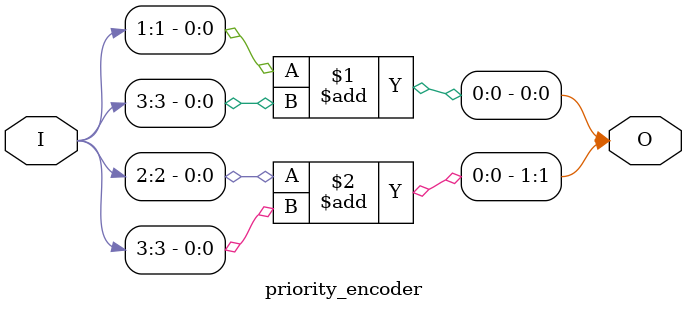
<source format=v>
module priority_encoder( input [3:0]I, output [1:0]O);
//Data flow Modelling
assign O[0] = I[1] + I[3];
assign O[1] = I[2]+ I[3];
//Gate level Modelling
/*or (O[0],I[1],I[3]);
or (O[1],I[2],I[3]);*/
//behavioural Modelling
/*always @(*) 
begin
case(I)
4'b0001: O = 2'b00;
4'b0010: O = 2'b01;
4'b0100: O = 2'b10;
4'b1000: O = 2'b11;
default: O = 2'bXX;
endcase
end*/
endmodule

</source>
